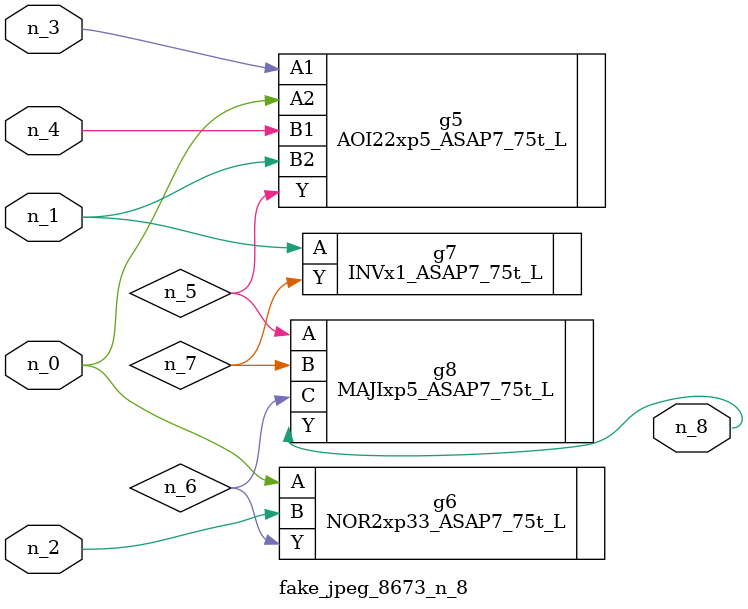
<source format=v>
module fake_jpeg_8673_n_8 (n_3, n_2, n_1, n_0, n_4, n_8);

input n_3;
input n_2;
input n_1;
input n_0;
input n_4;

output n_8;

wire n_6;
wire n_5;
wire n_7;

AOI22xp5_ASAP7_75t_L g5 ( 
.A1(n_3),
.A2(n_0),
.B1(n_4),
.B2(n_1),
.Y(n_5)
);

NOR2xp33_ASAP7_75t_L g6 ( 
.A(n_0),
.B(n_2),
.Y(n_6)
);

INVx1_ASAP7_75t_L g7 ( 
.A(n_1),
.Y(n_7)
);

MAJIxp5_ASAP7_75t_L g8 ( 
.A(n_5),
.B(n_7),
.C(n_6),
.Y(n_8)
);


endmodule
</source>
